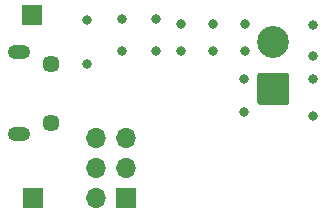
<source format=gbr>
G04 #@! TF.GenerationSoftware,KiCad,Pcbnew,(5.1.4)-1*
G04 #@! TF.CreationDate,2019-09-20T01:57:43+03:00*
G04 #@! TF.ProjectId,Simple_BMS,53696d70-6c65-45f4-924d-532e6b696361,rev?*
G04 #@! TF.SameCoordinates,Original*
G04 #@! TF.FileFunction,Copper,L2,Bot*
G04 #@! TF.FilePolarity,Positive*
%FSLAX46Y46*%
G04 Gerber Fmt 4.6, Leading zero omitted, Abs format (unit mm)*
G04 Created by KiCad (PCBNEW (5.1.4)-1) date 2019-09-20 01:57:43*
%MOMM*%
%LPD*%
G04 APERTURE LIST*
%ADD10C,2.700000*%
%ADD11C,0.100000*%
%ADD12O,1.900000X1.200000*%
%ADD13C,1.450000*%
%ADD14R,1.700000X1.700000*%
%ADD15O,1.700000X1.700000*%
%ADD16C,0.800000*%
G04 APERTURE END LIST*
D10*
X119660000Y-81860000D03*
D11*
G36*
X120784503Y-84471204D02*
G01*
X120808772Y-84474804D01*
X120832570Y-84480765D01*
X120855670Y-84489030D01*
X120877849Y-84499520D01*
X120898892Y-84512133D01*
X120918598Y-84526748D01*
X120936776Y-84543224D01*
X120953252Y-84561402D01*
X120967867Y-84581108D01*
X120980480Y-84602151D01*
X120990970Y-84624330D01*
X120999235Y-84647430D01*
X121005196Y-84671228D01*
X121008796Y-84695497D01*
X121010000Y-84720001D01*
X121010000Y-86919999D01*
X121008796Y-86944503D01*
X121005196Y-86968772D01*
X120999235Y-86992570D01*
X120990970Y-87015670D01*
X120980480Y-87037849D01*
X120967867Y-87058892D01*
X120953252Y-87078598D01*
X120936776Y-87096776D01*
X120918598Y-87113252D01*
X120898892Y-87127867D01*
X120877849Y-87140480D01*
X120855670Y-87150970D01*
X120832570Y-87159235D01*
X120808772Y-87165196D01*
X120784503Y-87168796D01*
X120759999Y-87170000D01*
X118560001Y-87170000D01*
X118535497Y-87168796D01*
X118511228Y-87165196D01*
X118487430Y-87159235D01*
X118464330Y-87150970D01*
X118442151Y-87140480D01*
X118421108Y-87127867D01*
X118401402Y-87113252D01*
X118383224Y-87096776D01*
X118366748Y-87078598D01*
X118352133Y-87058892D01*
X118339520Y-87037849D01*
X118329030Y-87015670D01*
X118320765Y-86992570D01*
X118314804Y-86968772D01*
X118311204Y-86944503D01*
X118310000Y-86919999D01*
X118310000Y-84720001D01*
X118311204Y-84695497D01*
X118314804Y-84671228D01*
X118320765Y-84647430D01*
X118329030Y-84624330D01*
X118339520Y-84602151D01*
X118352133Y-84581108D01*
X118366748Y-84561402D01*
X118383224Y-84543224D01*
X118401402Y-84526748D01*
X118421108Y-84512133D01*
X118442151Y-84499520D01*
X118464330Y-84489030D01*
X118487430Y-84480765D01*
X118511228Y-84474804D01*
X118535497Y-84471204D01*
X118560001Y-84470000D01*
X120759999Y-84470000D01*
X120784503Y-84471204D01*
X120784503Y-84471204D01*
G37*
D10*
X119660000Y-85820000D03*
D12*
X98142500Y-89680000D03*
X98142500Y-82680000D03*
D13*
X100842500Y-88680000D03*
X100842500Y-83680000D03*
D14*
X107238800Y-95046800D03*
D15*
X104698800Y-95046800D03*
X107238800Y-92506800D03*
X104698800Y-92506800D03*
X107238800Y-89966800D03*
X104698800Y-89966800D03*
D14*
X99270000Y-79540000D03*
X99340000Y-95040000D03*
D16*
X103911400Y-79959200D03*
X109702600Y-79908400D03*
X106857800Y-79908400D03*
X103911400Y-83693000D03*
X106857800Y-82600800D03*
X109702600Y-82626200D03*
X123063000Y-84963000D03*
X123063000Y-88087200D03*
X117170200Y-84963000D03*
X117195600Y-87782400D03*
X111887000Y-80289400D03*
X111887000Y-82600800D03*
X117271800Y-80289400D03*
X114554000Y-80314800D03*
X117271800Y-82600800D03*
X114554000Y-82575400D03*
X123063000Y-83007200D03*
X123063000Y-80416400D03*
M02*

</source>
